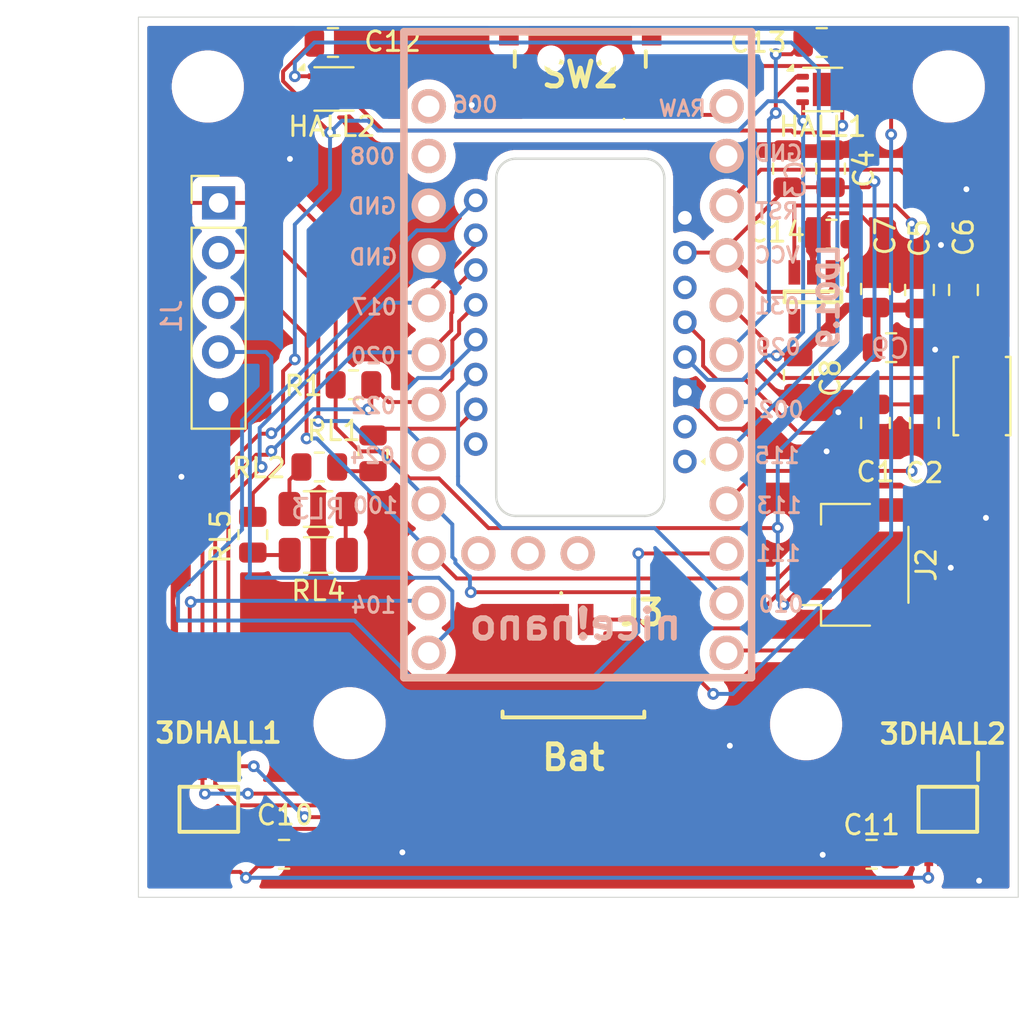
<source format=kicad_pcb>
(kicad_pcb (version 20241229) (generator "pcbnew") (generator_version "9.0")
  (layers (0 "F.Cu" signal) (2 "B.Cu" signal) (13 "F.Paste" user) (15 "B.Paste" user) (5 "F.SilkS" user "F.Silkscreen") (7 "B.SilkS" user "B.Silkscreen") (1 "F.Mask" user) (3 "B.Mask" user) (25 "Edge.Cuts" user))
  (net 0 "")
  (net 1 "Alert")
  (net 2 "GND")
  (net 3 "CS 3")
  (net 5 "Right_click")
  (net 6 "1.9v")
  (net 7 "+3.3V")
  (net 10 "Left_control")
  (net 11 "Left_click")
  (net 15 "SCK")
  (net 16 "SDA")
  (net 17 "MOSI")
  (net 18 "SCL")
  (net 19 "MISO")
  (net 29 "MOTION")
  (net 30 "Net-(OpticalSensor1-LED_P)")
  (net 32 "NRESET")
  (net 33 "Net-(OpticalSensor1-VDDREG)")
  (net 34 "INT")
  (net 35 "CS 1")
  (net 36 "CS 2")
  (net 38 "Battery")
  (net 39 "Interruptor")
  (net 40 "EN_LDO")
  (net 42 "Net-(U2-RST)")
  (net 43 "Net-(RL1-Pad2)")
  (net 44 "Net-(RL2-Pad2)")
  (net 45 "Net-(RL3-Pad2)")
  (net 46 "Net-(RL4-Pad2)")
  (footprint "PAW3395:DIP-16_PAW3395" (layer "F.Cu") (at 183.597463 94.788764 180)
    (property "Reference" "OpticalSensor1" (hide yes))
    (property "Value" "PAW3395")
    (fp_line (start 4.297463 -7.411237) (end 4.297463 8.848763) (stroke (width 0.12)) (layer "Edge.Cuts"))
    (fp_line (start -3.302537 9.848763) (end 3.297463 9.848763) (stroke (width 0.12)) (layer "Edge.Cuts"))
    (fp_line (start -3.302537 -8.411237) (end 3.297463 -8.411237) (stroke (width 0.12)) (layer "Edge.Cuts"))
    (fp_line (start -4.302537 -7.411237) (end -4.302537 8.848763) (stroke (width 0.12)) (layer "Edge.Cuts"))
    (fp_arc (start 4.297463 8.848763) (mid 4.00457 9.55587) (end 3.297463 9.848763) (stroke (width 0.12)) (layer "Edge.Cuts"))
    (fp_arc (start 3.297463 -8.411237) (mid 4.00457 -8.118344) (end 4.297463 -7.411237) (stroke (width 0.12)) (layer "Edge.Cuts"))
    (fp_arc (start -3.302537 9.848763) (mid -4.009644 9.55587) (end -4.302537 8.848763) (stroke (width 0.12)) (layer "Edge.Cuts"))
    (fp_arc (start -4.302537 -7.411237) (mid -4.009644 -8.118344) (end -3.302537 -8.411237) (stroke (width 0.12)) (layer "Edge.Cuts"))
  )
  (footprint "Resistor_SMD:R_0805_2012Metric" (layer "F.Cu") (at 166.85 104.1625 -90)
    (property "Reference" "RL5")
    (property "Value" "1")
  )
  (footprint "PCM_JLCPCB:SW_TS-1088-AR02016" (layer "F.Cu") (at 204.15 97.075 -90)
    (property "Reference" "SW1" (hide yes))
    (property "Value" "SW_Push")
  )
  (footprint "Capacitor_SMD:C_0805_2012Metric" (layer "F.Cu") (at 198.5 120.5)
    (property "Reference" "C11")
    (property "Value" "100nf")
  )
  (footprint "Connector_PinHeader_2.54mm:PinHeader_1x05_P2.54mm_Vertical" (layer "F.Cu") (at 165.1 87.2)
    (property "Reference" "J1")
    (property "Value" "Conn_01x05_Shielded" (hide yes))
  )
  (footprint "SSSS811101:SSSS811101" (layer "F.Cu") (at 183.6 79.85 180)
    (property "Reference" "SW2")
    (property "Value" "SW_DPDT_x2" (hide yes))
  )
  (footprint "Capacitor_SMD:C_0805_2012Metric" (layer "F.Cu") (at 196.4 85.45 90)
    (property "Reference" "C4")
    (property "Value" "100nf")
  )
  (footprint "Capacitor_SMD:C_0805_2012Metric" (layer "F.Cu") (at 201.2 98.45 -90)
    (property "Reference" "C2")
    (property "Value" "100nf")
  )
  (footprint "TMAG5170A2QDGKR:SOP65P490X110-8N" (layer "F.Cu") (at 202.4 118.2 -90)
    (property "Reference" "3DHALL2")
    (property "Value" "TMAG5170A2QDGKR" (hide yes))
  )
  (footprint "Capacitor_SMD:C_0805_2012Metric" (layer "F.Cu") (at 203.2 91.65 90)
    (property "Reference" "C6")
    (property "Value" "10uf")
  )
  (footprint "MountingHole:MountingHole_3.2mm_M3" (layer "F.Cu") (at 202.45 81.25)
    (property "Reference" "REF**" (hide yes))
    (property "Value" "MountingHole_3.2mm_M3" (hide yes))
  )
  (footprint "Resistor_SMD:R_0805_2012Metric" (layer "F.Cu") (at 173 100 -90)
    (property "Reference" "RL1")
    (property "Value" "2.2")
  )
  (footprint "TMAG5170A2QDGKR:SOP65P490X110-8N" (layer "F.Cu") (at 164.6 118.2 -90)
    (property "Reference" "3DHALL1")
    (property "Value" "TMAG5170A2QDGKR" (hide yes))
  )
  (footprint "Resistor_SMD:R_1206_3216Metric" (layer "F.Cu") (at 170.1875 102.85)
    (property "Reference" "RL3")
    (property "Value" ".1")
  )
  (footprint "MountingHole:MountingHole_3.2mm_M3" (layer "F.Cu") (at 195.15 113.85)
    (property "Reference" "REF**" (hide yes))
    (property "Value" "MountingHole_3.2mm_M3" (hide yes))
  )
  (footprint "Resistor_SMD:R_0805_2012Metric" (layer "F.Cu") (at 170.25 100.7 180)
    (property "Reference" "RL2")
    (property "Value" "2.2")
  )
  (footprint "MountingHole:MountingHole_3.2mm_M3" (layer "F.Cu") (at 171.8 113.8)
    (property "Reference" "REF**" (hide yes))
    (property "Value" "MountingHole_3.2mm_M3" (hide yes))
  )
  (footprint "Capacitor_SMD:C_0805_2012Metric" (layer "F.Cu") (at 195.95 79)
    (property "Reference" "C13")
    (property "Value" "100nf")
  )
  (footprint "Capacitor_SMD:C_0805_2012Metric" (layer "F.Cu") (at 198.7 91.6 90)
    (property "Reference" "C7")
    (property "Value" "10uf")
  )
  (footprint "Capacitor_SMD:C_0805_2012Metric" (layer "F.Cu") (at 196.45 88.8 180)
    (property "Reference" "C14")
    (property "Value" "100nf")
  )
  (footprint "MountingHole:MountingHole_3.2mm_M3" (layer "F.Cu") (at 164.55 81.25)
    (property "Reference" "REF**" (hide yes))
    (property "Value" "MountingHole_3.2mm_M3" (hide yes))
  )
  (footprint "53261-4002:532614002" (layer "F.Cu") (at 183.25 111 180)
    (property "Reference" "J3")
    (property "Value" "Bat")
  )
  (footprint "Resistor_SMD:R_0805_2012Metric" (layer "F.Cu") (at 172 96.5 180)
    (property "Reference" "R1")
    (property "Value" "10k")
  )
  (footprint "Capacitor_SMD:C_0805_2012Metric" (layer "F.Cu") (at 194.75 96 -90)
    (property "Reference" "C8")
    (property "Value" "1uf")
  )
  (footprint "Capacitor_SMD:C_0805_2012Metric" (layer "F.Cu") (at 194.2 85.45 90)
    (property "Reference" "C3")
    (property "Value" "10uf")
  )
  (footprint "Capacitor_SMD:C_0805_2012Metric" (layer "F.Cu") (at 199.5 94.6)
    (property "Reference" "C9")
    (property "Value" "22uf")
  )
  (footprint "Connector_JST:JST_SH_SM04B-SRSS-TB_1x04-1MP_P1.00mm_Horizontal" (layer "F.Cu") (at 197.7 105.7 90)
    (property "Reference" "J2")
    (property "Value" "Conn_01x04_MountingPin" (hide yes))
  )
  (footprint "Package_DFN_QFN:DFN-6-1EP_2x2mm_P0.65mm_EP1.01x1.7mm" (layer "F.Cu") (at 170.999953 81.374918)
    (property "Reference" "HALL2")
    (property "Value" "AH8503-FDC-7")
  )
  (footprint "SOT95P280X110-5N:SOT95P280X110-5N" (layer "F.Cu") (at 195.5 92 -90)
    (property "Reference" "LDO1.9")
    (property "Value" "TLV70019DDCR" (hide yes))
  )
  (footprint "Nice_nano:nice_nano" (layer "F.Cu") (at 183.47 96.23 -90)
    (property "Reference" "U2" (hide yes))
    (property "Value" "nice_nano" (hide yes))
  )
  (footprint "Capacitor_SMD:C_0805_2012Metric" (layer "F.Cu") (at 198.7 98.45 -90)
    (property "Reference" "C1")
    (property "Value" "4.7uf")
  )
  (footprint "Capacitor_SMD:C_0805_2012Metric" (layer "F.Cu") (at 170.95 79)
    (property "Reference" "C12")
    (property "Value" "100nf")
  )
  (footprint "Resistor_SMD:R_1206_3216Metric" (layer "F.Cu") (at 170.2 105.2 180)
    (property "Reference" "RL4")
    (property "Value" ".1")
  )
  (footprint "Package_DFN_QFN:DFN-6-1EP_2x2mm_P0.65mm_EP1.01x1.7mm" (layer "F.Cu") (at 196 81.4)
    (property "Reference" "HALL1")
    (property "Value" "AH8503-FDC-7")
  )
  (footprint "Capacitor_SMD:C_0805_2012Metric" (layer "F.Cu") (at 168.45 120.5 180)
    (property "Reference" "C10")
    (property "Value" "100nf")
  )
  (footprint "Capacitor_SMD:C_0805_2012Metric" (layer "F.Cu") (at 200.95 91.65 90)
    (property "Reference" "C5")
    (property "Value" "100nf")
  )
  (gr_rect (start 161 77.7) (end 206 122.7) (stroke (width 0.05)) (fill no) (layer "Edge.Cuts"))
  (gr_text "nice!nano" (at 183.35 108.75 -0) (layer "B.SilkS") (effects (font (size 1.5 1.5) (thickness 0.3)) (justify mirror)))
  (segment (start 203.375 119.5) (end 203.375 120.4) (width 0.2) (layer "F.Cu") (net 1))
  (segment (start 191.12 92.3) (end 193.05 94.23) (width 0.2) (layer "F.Cu") (net 1))
  (segment (start 204.2 105.25) (end 204.2 119.575) (width 0.2) (layer "F.Cu") (net 1))
  (segment (start 202.099 96.149) (end 202.65 96.7) (width 0.2) (layer "F.Cu") (net 1))
  (segment (start 203.075 119.2) (end 203.375 119.5) (width 0.2) (layer "F.Cu") (net 1))
  (segment (start 166.775 119.2) (end 203.075 119.2) (width 0.2) (layer "F.Cu") (net 1))
  (segment (start 202.65 103.7) (end 204.2 105.25) (width 0.2) (layer "F.Cu") (net 1))
  (segment (start 193.950057 96.149) (end 202.099 96.149) (width 0.2) (layer "F.Cu") (net 1))
  (segment (start 204.2 119.575) (end 203.375 120.4) (width 0.2) (layer "F.Cu") (net 1))
  (segment (start 193.05 95.248943) (end 193.950057 96.149) (width 0.2) (layer "F.Cu") (net 1))
  (segment (start 193.05 94.23) (end 193.05 95.248943) (width 0.2) (layer "F.Cu") (net 1))
  (segment (start 165.575 120.4) (end 166.775 119.2) (width 0.2) (layer "F.Cu") (net 1))
  (segment (start 202.65 96.7) (end 202.65 103.7) (width 0.2) (layer "F.Cu") (net 1))
  (segment (start 197.841388 87.730228) (end 196.269772 87.730228) (width 0.2) (layer "F.Cu") (net 2))
  (segment (start 192.25 98.75) (end 192.2427 98.7427) (width 0.2) (layer "F.Cu") (net 2))
  (segment (start 188.95 86.85) (end 191.12 84.68) (width 0.2) (layer "F.Cu") (net 2))
  (segment (start 190.632346 98.7427) (end 192.2427 98.7427) (width 0.2) (layer "F.Cu") (net 2))
  (segment (start 188.95 96.860001) (end 188.95 97.060354) (width 0.2) (layer "F.Cu") (net 2))
  (segment (start 196.269772 87.730228) (end 195.5 88.5) (width 0.2) (layer "F.Cu") (net 2))
  (segment (start 196.4 103.5) (end 196.4 102.4) (width 0.2) (layer "F.Cu") (net 2))
  (segment (start 172.027453 81.374918) (end 173.174918 81.374918) (width 0.2) (layer "F.Cu") (net 2))
  (segment (start 195.5 88.5) (end 195.5 88.8) (width 0.2) (layer "F.Cu") (net 2))
  (segment (start 188.95 87.960002) (end 188.95 86.85) (width 0.2) (layer "F.Cu") (net 2))
  (segment (start 195.5 88.5) (end 195.5 90.75) (width 0.2) (layer "F.Cu") (net 2))
  (segment (start 195.7 104.2) (end 196.4 103.5) (width 0.2) (layer "F.Cu") (net 2))
  (segment (start 188.95 97.060354) (end 190.632346 98.7427) (width 0.2) (layer "F.Cu") (net 2))
  (segment (start 198.7 88.58884) (end 197.841388 87.730228) (width 0.2) (layer "F.Cu") (net 2))
  (segment (start 197 81.4) (end 198.1 81.4) (width 0.2) (layer "F.Cu") (net 2))
  (segment (start 198.7 90.65) (end 198.7 88.58884) (width 0.2) (layer "F.Cu") (net 2))
  (via (at 204.35 103.3) (size 0.6) (drill 0.3) (layers "F.Cu" "B.Cu") (net 2))
  (via (at 196 120.525457) (size 0.6) (drill 0.3) (layers "F.Cu" "B.Cu") (net 2))
  (via (at 178.05 82.2) (size 0.6) (drill 0.3) (layers "F.Cu" "B.Cu") (net 2))
  (via (at 203.35 86.5) (size 0.6) (drill 0.3) (layers "F.Cu" "B.Cu") (net 2))
  (via (at 202.55 105.85) (size 0.6) (drill 0.3) (layers "F.Cu" "B.Cu") (net 2))
  (via (at 201.75 94.7) (size 0.6) (drill 0.3) (layers "F.Cu" "B.Cu") (net 2))
  (via (at 204 121.85) (size 0.6) (drill 0.3) (layers "F.Cu" "B.Cu") (net 2))
  (via (at 168.75 84.95) (size 0.6) (drill 0.3) (layers "F.Cu" "B.Cu") (net 2))
  (via (at 163.2 101.2) (size 0.6) (drill 0.3) (layers "F.Cu" "B.Cu") (net 2))
  (via (at 174.5 120.4) (size 0.6) (drill 0.3) (layers "F.Cu" "B.Cu") (net 2))
  (via (at 191.25 114.95) (size 0.6) (drill 0.3) (layers "F.Cu" "B.Cu") (net 2))
  (via (at 196.2 99.9) (size 0.6) (drill 0.3) (layers "F.Cu" "B.Cu") (net 2))
  (via (at 202.05 89.35) (size 0.6) (drill 0.3) (layers "F.Cu" "B.Cu") (net 2))
  (via (at 196.8 97.9) (size 0.6) (drill 0.3) (layers "F.Cu" "B.Cu") (net 2))
  (segment (start 201.425 116) (end 201.425 113.825) (width 0.2) (layer "F.Cu") (net 3))
  (segment (start 197.68 110.08) (end 191.12 110.08) (width 0.2) (layer "F.Cu") (net 3))
  (segment (start 201.425 113.825) (end 197.68 110.08) (width 0.2) (layer "F.Cu") (net 3))
  (segment (start 193.6 81.799999) (end 194.649999 80.75) (width 0.2) (layer "F.Cu") (net 5))
  (segment (start 193.6 82.6) (end 193.6 81.799999) (width 0.2) (layer "F.Cu") (net 5))
  (segment (start 194.649999 80.75) (end 194.945 80.75) (width 0.2) (layer "F.Cu") (net 5))
  (via (at 193.6 82.6) (size 0.6) (drill 0.3) (layers "F.Cu" "B.Cu") (net 5))
  (segment (start 193.6 82.6) (end 193.25 82.95) (width 0.2) (layer "B.Cu") (net 5))
  (segment (start 193.25 92.71) (end 191.12 94.84) (width 0.2) (layer "B.Cu") (net 5))
  (segment (start 193.25 82.95) (end 193.25 92.71) (width 0.2) (layer "B.Cu") (net 5))
  (segment (start 194.7 95) (end 194.75 95.05) (width 0.2) (layer "F.Cu") (net 6))
  (segment (start 168.399 80.973861) (end 169.450057 82.024918) (width 0.2) (layer "F.Cu") (net 6))
  (segment (start 196.45 93.35) (end 194.75 95.05) (width 0.5) (layer "F.Cu") (net 6))
  (segment (start 195 79) (end 194.4 79.6) (width 0.2) (layer "F.Cu") (net 6))
  (segment (start 194.4 79.6) (end 193.6 79.6) (width 0.2) (layer "F.Cu") (net 6))
  (segment (start 169 95.2) (end 168.4 95.8) (width 0.2) (layer "F.Cu") (net 6))
  (segment (start 166.85 102.05) (end 166.85 103.25) (width 0.2) (layer "F.Cu") (net 6))
  (segment (start 196.49 93.29) (end 196.45 93.25) (width 0.2) (layer "F.Cu") (net 6))
  (segment (start 169.450057 82.024918) (end 169.972453 82.024918) (width 0.2) (layer "F.Cu") (net 6))
  (segment (start 198.7 94.45) (end 198.55 94.6) (width 0.2) (layer "F.Cu") (net 6))
  (segment (start 170 79) (end 169.874975 79) (width 0.2) (layer "F.Cu") (net 6))
  (segment (start 193.651 95) (end 194.7 95) (width 0.2) (layer "F.Cu") (net 6))
  (segment (start 169.874975 79) (end 168.399 80.475975) (width 0.2) (layer "F.Cu") (net 6))
  (segment (start 168.399 80.475975) (end 168.399 80.973861) (width 0.2) (layer "F.Cu") (net 6))
  (segment (start 200.95 92.6) (end 203.2 92.6) (width 0.5) (layer "F.Cu") (net 6))
  (segment (start 170.8 83.6) (end 169.972453 82.772453) (width 0.2) (layer "F.Cu") (net 6))
  (segment (start 197.23 92.55) (end 196.49 93.29) (width 0.5) (layer "F.Cu") (net 6))
  (segment (start 168.4 100.5) (end 166.85 102.05) (width 0.2) (layer "F.Cu") (net 6))
  (segment (start 196.45 93.25) (end 196.45 93.35) (width 0.2) (layer "F.Cu") (net 6))
  (segment (start 200.9 92.55) (end 197.23 92.55) (width 0.5) (layer "F.Cu") (net 6))
  (segment (start 168.4 95.8) (end 168.4 100.5) (width 0.2) (layer "F.Cu") (net 6))
  (segment (start 195 83) (end 195 82.105) (width 0.2) (layer "F.Cu") (net 6))
  (segment (start 198.7 92.55) (end 198.7 94.45) (width 0.5) (layer "F.Cu") (net 6))
  (segment (start 195 82.105) (end 194.945 82.05) (width 0.2) (layer "F.Cu") (net 6))
  (segment (start 200.95 92.6) (end 200.9 92.55) (width 0.5) (layer "F.Cu") (net 6))
  (segment (start 169.972453 82.772453) (end 169.972453 82.024918) (width 0.2) (layer "F.Cu") (net 6))
  (via (at 195 83) (size 0.6) (drill 0.3) (layers "F.Cu" "B.Cu") (net 6))
  (via (at 193.6 79.6) (size 0.6) (drill 0.3) (layers "F.Cu" "B.Cu") (net 6))
  (via (at 193.651 95) (size 0.6) (drill 0.3) (layers "F.Cu" "B.Cu") (net 6))
  (via (at 170.8 83.6) (size 0.6) (drill 0.3) (layers "F.Cu" "B.Cu") (net 6))
  (via (at 169 95.2) (size 0.6) (drill 0.3) (layers "F.Cu" "B.Cu") (net 6))
  (segment (start 193.15 95) (end 191.9 96.25) (width 0.2) (layer "B.Cu") (net 6))
  (segment (start 190.119999 96.25) (end 188.95 95.080001) (width 0.2) (layer "B.Cu") (net 6))
  (segment (start 193.2 82) (end 193.6 82) (width 0.2) (layer "B.Cu") (net 6))
  (segment (start 173.249943 83.5) (end 191.7 83.5) (width 0.2) (layer "B.Cu") (net 6))
  (segment (start 195 83) (end 195 93.8) (width 0.2) (layer "B.Cu") (net 6))
  (segment (start 191.7 83.5) (end 193.2 82) (width 0.2) (layer "B.Cu") (net 6))
  (segment (start 171.401 82.999) (end 172.748943 82.999) (width 0.2) (layer "B.Cu") (net 6))
  (segment (start 172.748943 82.999) (end 173.249943 83.5) (width 0.2) (layer "B.Cu") (net 6))
  (segment (start 195 83) (end 194 82) (width 0.2) (layer "B.Cu") (net 6))
  (segment (start 195 93.8) (end 193.8 95) (width 0.2) (layer "B.Cu") (net 6))
  (segment (start 191.9 96.25) (end 190.119999 96.25) (width 0.2) (layer "B.Cu") (net 6))
  (segment (start 194 82) (end 193.6 82) (width 0.2) (layer "B.Cu") (net 6))
  (segment (start 170.8 83.6) (end 171.401 82.999) (width 0.2) (layer "B.Cu") (net 6))
  (segment (start 169 88.3) (end 170.8 86.5) (width 0.2) (layer "B.Cu") (net 6))
  (segment (start 193.8 95) (end 193.651 95) (width 0.2) (layer "B.Cu") (net 6))
  (segment (start 169 95.2) (end 169 88.3) (width 0.2) (layer "B.Cu") (net 6))
  (segment (start 170.8 86.5) (end 170.8 83.6) (width 0.2) (layer "B.Cu") (net 6))
  (segment (start 193.651 95) (end 193.15 95) (width 0.2) (layer "B.Cu") (net 6))
  (segment (start 193.6 82) (end 193.6 79.6) (width 0.2) (layer "B.Cu") (net 6))
  (segment (start 193.6773 103.8227) (end 178.907654 103.8227) (width 0.2) (layer "F.Cu") (net 7))
  (segment (start 192.96 91.75) (end 196.3 91.75) (width 0.2) (layer "F.Cu") (net 7))
  (segment (start 193.8553 86.7447) (end 191.12 89.48) (width 0.2) (layer "F.Cu") (net 7))
  (segment (start 173.48716 99.901) (end 172.31484 99.901) (width 0.2) (layer "F.Cu") (net 7))
  (segment (start 167.55 120.5) (end 167.55 120.65) (width 0.2) (layer "F.Cu") (net 7))
  (segment (start 197.4 89.8) (end 196.45 90.75) (width 0.2) (layer "F.Cu") (net 7))
  (segment (start 191.100002 89.740002) (end 191.12 89.76) (width 0.2) (layer "F.Cu") (net 7))
  (segment (start 188.95 89.740002) (end 191.100002 89.740002) (width 0.2) (layer "F.Cu") (net 7))
  (segment (start 201.425 120.4) (end 201.425 120.975) (width 0.2) (layer "F.Cu") (net 7))
  (segment (start 172.31484 99.901) (end 171.0875 98.67366) (width 0.2) (layer "F.Cu") (net 7))
  (segment (start 163.625 120.4) (end 162.049 118.824) (width 0.2) (layer "F.Cu") (net 7))
  (segment (start 196.3 91.75) (end 196.45 91.6) (width 0.2) (layer "F.Cu") (net 7))
  (segment (start 163.749 121.401) (end 163.749 120.4) (width 0.2) (layer "F.Cu") (net 7))
  (segment (start 191.12 89.48) (end 191.12 89.76) (width 0.2) (layer "F.Cu") (net 7))
  (segment (start 174.86886 101.2827) (end 173.48716 99.901) (width 0.2) (layer "F.Cu") (net 7))
  (segment (start 178.907654 103.8227) (end 176.367654 101.2827) (width 0.2) (layer "F.Cu") (net 7))
  (segment (start 191.12 89.91) (end 192.96 91.75) (width 0.2) (layer "F.Cu") (net 7))
  (segment (start 195.7 107.2) (end 194.55 107.2) (width 0.2) (layer "F.Cu") (net 7))
  (segment (start 166.201 121.401) (end 163.749 121.401) (width 0.2) (layer "F.Cu") (net 7))
  (segment (start 163.749 120.4) (end 163.625 120.4) (width 0.2) (layer "F.Cu") (net 7))
  (segment (start 167.55 120.65) (end 166.5 121.7) (width 0.2) (layer "F.Cu") (net 7))
  (segment (start 194.55 107.2) (end 196.116968 107.2) (width 0.2) (layer "F.Cu") (net 7))
  (segment (start 201.325 120.5) (end 201.425 120.4) (width 0.2) (layer "F.Cu") (net 7))
  (segment (start 176.367654 101.2827) (end 174.86886 101.2827) (width 0.2) (layer "F.Cu") (net 7))
  (segment (start 170.75 96.5) (end 171.0875 96.5) (width 0.2) (layer "F.Cu") (net 7))
  (segment (start 162.049 87.751) (end 162.6 87.2) (width 0.2) (layer "F.Cu") (net 7))
  (segment (start 162.049 118.824) (end 162.049 87.751) (width 0.2) (layer "F.Cu") (net 7))
  (segment (start 171.0875 98.67366) (end 171.0875 96.5) (width 0.2) (layer "F.Cu") (net 7))
  (segment (start 193.7 103.8) (end 193.6773 103.8227) (width 0.2) (layer "F.Cu") (net 7))
  (segment (start 194.55 107.2) (end 194 107.75) (width 0.2) (layer "F.Cu") (net 7))
  (segment (start 201.4 121.7) (end 201.4 120.425) (width 0.2) (layer "F.Cu") (net 7))
  (segment (start 194.2 86.4) (end 196.4 86.4) (width 0.2) (layer "F.Cu") (net 7))
  (segment (start 162.6 87.2) (end 165.1 87.2) (width 0.2) (layer "F.Cu") (net 7))
  (segment (start 171.0875 89.1875) (end 169.1 87.2) (width 0.2) (layer "F.Cu") (net 7))
  (segment (start 166.5 121.7) (end 166.201 121.401) (width 0.2) (layer "F.Cu") (net 7))
  (segment (start 197.4 88.5) (end 197.4 89.8) (width 0.2) (layer "F.Cu") (net 7))
  (segment (start 198.35 86.4) (end 196.4 86.4) (width 0.2) (layer "F.Cu") (net 7))
  (segment (start 169.1 87.2) (end 165.1 87.2) (width 0.2) (layer "F.Cu") (net 7))
  (segment (start 192.11 90.75) (end 191.12 89.76) (width 0.2) (layer "F.Cu") (net 7))
  (segment (start 171.0875 96.5) (end 171.0875 89.1875) (width 0.2) (layer "F.Cu") (net 7))
  (segment (start 191.12 89.76) (end 191.12 89.91) (width 0.2) (layer "F.Cu") (net 7))
  (segment (start 201.4 120.425) (end 201.425 120.4) (width 0.2) (layer "F.Cu") (net 7))
  (segment (start 199.4 120.5) (end 201.325 120.5) (width 0.2) (layer "F.Cu") (net 7))
  (segment (start 198.65 86.1) (end 198.35 86.4) (width 0.2) (layer "F.Cu") (net 7))
  (segment (start 196.45 91.6) (end 196.45 90.75) (width 0.2) (layer "F.Cu") (net 7))
  (via (at 201.4 121.7) (size 0.6) (drill 0.3) (layers "F.Cu" "B.Cu") (net 7))
  (via (at 166.5 121.7) (size 0.6) (drill 0.3) (layers "F.Cu" "B.Cu") (net 7))
  (via (at 194 107.75) (size 0.6) (drill 0.3) (layers "F.Cu" "B.Cu") (net 7))
  (via (at 193.7 103.8) (size 0.6) (drill 0.3) (layers "F.Cu" "B.Cu") (net 7))
  (via (at 198.65 86.1) (size 0.6) (drill 0.3) (layers "F.Cu" "B.Cu") (net 7))
  (segment (start 193.7 103.8) (end 193.7 107.45) (width 0.2) (layer "B.Cu") (net 7))
  (segment (start 198.65 86.1) (end 198.65 95) (width 0.2) (layer "B.Cu") (net 7))
  (segment (start 193.7 107.45) (end 194 107.75) (width 0.2) (layer "B.Cu") (net 7))
  (segment (start 198.65 95) (end 193.7 99.95) (width 0.2) (layer "B.Cu") (net 7))
  (segment (start 166.5 121.7) (end 201.4 121.7) (width 0.2) (layer "B.Cu") (net 7))
  (segment (start 193.7 99.95) (end 193.7 103.8) (width 0.2) (layer "B.Cu") (net 7))
  (segment (start 173.5 83.5) (end 194.400057 83.5) (width 0.2) (layer "F.Cu") (net 10))
  (segment (start 194.400057 83.5) (end 194.500057 83.6) (width 0.2) (layer "F.Cu") (net 10))
  (segment (start 197 83.25) (end 197 82.05) (width 0.2) (layer "F.Cu") (net 10))
  (segment (start 172.027453 82.024918) (end 172.5 82.497465) (width 0.2) (layer "F.Cu") (net 10))
  (segment (start 172.5 82.497465) (end 172.5 82.5) (width 0.2) (layer "F.Cu") (net 10))
  (segment (start 196.65 83.6) (end 197 83.25) (width 0.2) (layer "F.Cu") (net 10))
  (segment (start 172.5 82.5) (end 173.5 83.5) (width 0.2) (layer "F.Cu") (net 10))
  (segment (start 194.500057 83.6) (end 196.65 83.6) (width 0.2) (layer "F.Cu") (net 10))
  (via (at 197 83.25) (size 0.6) (drill 0.3) (layers "F.Cu" "B.Cu") (net 10))
  (segment (start 191.12 100.38) (end 191.12 99.92) (width 0.2) (layer "B.Cu") (net 10))
  (segment (start 197 83.25) (end 196.75 83.5) (width 0.2) (layer "B.Cu") (net 10))
  (segment (start 196.75 83.5) (end 196.75 94.29) (width 0.2) (layer "B.Cu") (net 10))
  (segment (start 196.75 94.29) (end 191.12 99.92) (width 0.2) (layer "B.Cu") (net 10))
  (segment (start 169 80.724918) (end 169.972453 80.724918) (width 0.2) (layer "F.Cu") (net 11))
  (via (at 169 80.724918) (size 0.6) (drill 0.3) (layers "F.Cu" "B.Cu") (net 11))
  (segment (start 194.4 79) (end 195.8 80.4) (width 0.2) (layer "B.Cu") (net 11))
  (segment (start 170 79) (end 194.4 79) (width 0.2) (layer "B.Cu") (net 11))
  (segment (start 169 80) (end 170 79) (width 0.2) (layer "B.Cu") (net 11))
  (segment (start 169 80.724918) (end 169 80) (width 0.2) (layer "B.Cu") (net 11))
  (segment (start 195.8 80.4) (end 195.8 93.700943) (width 0.2) (layer "B.Cu") (net 11))
  (segment (start 195.8 93.700943) (end 192.120943 97.38) (width 0.2) (layer "B.Cu") (net 11))
  (segment (start 192.120943 97.38) (end 191.12 97.38) (width 0.2) (layer "B.Cu") (net 11))
  (segment (start 165.6 109.8) (end 165.575 109.825) (width 0.2) (layer "F.Cu") (net 15))
  (segment (start 178.25 89.355794) (end 178.25 88.850001) (width 0.2) (layer "F.Cu") (net 15))
  (segment (start 203.4 118.6) (end 203.4 116.025) (width 0.2) (layer "F.Cu") (net 15))
  (segment (start 165.6 102.4) (end 165.6 109.8) (width 0.2) (layer "F.Cu") (net 15))
  (segment (start 165.575 109.825) (end 165.575 116) (width 0.2) (layer "F.Cu") (net 15))
  (segment (start 175.88 91.725794) (end 178.25 89.355794) (width 0.2) (layer "F.Cu") (net 15))
  (segment (start 167.3 100.7) (end 165.6 102.4) (width 0.2) (layer "F.Cu") (net 15))
  (segment (start 175.88 92.3) (end 175.88 91.725794) (width 0.2) (layer "F.Cu") (net 15))
  (segment (start 169.5 118.6) (end 203.4 118.6) (width 0.2) (layer "F.Cu") (net 15))
  (segment (start 165.575 116) (end 166.9 116) (width 0.2) (layer "F.Cu") (net 15))
  (via (at 169.5 118.6) (size 0.6) (drill 0.3) (layers "F.Cu" "B.Cu") (net 15))
  (via (at 167.3 100.7) (size 0.6) (drill 0.3) (layers "F.Cu" "B.Cu") (net 15))
  (via (at 166.9 116) (size 0.6) (drill 0.3) (layers "F.Cu" "B.Cu") (net 15))
  (segment (start 167.2 100.6) (end 167.2 98.7) (width 0.2) (layer "B.Cu") (net 15))
  (segment (start 167.2 98.7) (end 173.6 92.3) (width 0.2) (layer "B.Cu") (net 15))
  (segment (start 167.3 100.7) (end 167.2 100.6) (width 0.2) (layer "B.Cu") (net 15))
  (segment (start 173.6 92.3) (end 175.88 92.3) (width 0.2) (layer "B.Cu") (net 15))
  (segment (start 169.5 118.6) (end 166.9 116) (width 0.2) (layer "B.Cu") (net 15))
  (segment (start 168.4 89.7) (end 165.14 89.7) (width 0.2) (layer "F.Cu") (net 16))
  (segment (start 189.949 108.95) (end 191.950057 108.95) (width 0.2) (layer "F.Cu") (net 16))
  (segment (start 191.950057 108.95) (end 194.700057 106.2) (width 0.2) (layer "F.Cu") (net 16))
  (segment (start 170.2 91.5) (end 168.4 89.7) (width 0.2) (layer "F.Cu") (net 16))
  (segment (start 194.700057 106.2) (end 195.7 106.2) (width 0.2) (layer "F.Cu") (net 16))
  (segment (start 188.099 107.1) (end 189.949 108.95) (width 0.2) (layer "F.Cu") (net 16))
  (segment (start 178 107.1) (end 188.099 107.1) (width 0.2) (layer "F.Cu") (net 16))
  (segment (start 165.14 89.7) (end 165.1 89.74) (width 0.2) (layer "F.Cu") (net 16))
  (segment (start 170.2 98.35) (end 170.2 91.5) (width 0.2) (layer "F.Cu") (net 16))
  (via (at 170.2 98.35) (size 0.6) (drill 0.3) (layers "F.Cu" "B.Cu") (net 16))
  (via (at 178 107.1) (size 0.6) (drill 0.3) (layers "F.Cu" "B.Cu") (net 16))
  (segment (start 177.955046 107.055046) (end 177.955046 106.2973) (width 0.2) (layer "B.Cu") (net 16))
  (segment (start 177.955046 106.2973) (end 177.902346 106.2973) (width 0.2) (layer "B.Cu") (net 16))
  (segment (start 177.2127 105.457654) (end 177.0573 105.302254) (width 0.2) (layer "B.Cu") (net 16))
  (segment (start 177.902346 106.2973) (end 177.2127 105.607654) (width 0.2) (layer "B.Cu") (net 16))
  (segment (start 171.77 98.35) (end 170.2 98.35) (width 0.2) (layer "B.Cu") (net 16))
  (segment (start 177.0573 103.6373) (end 171.77 98.35) (width 0.2) (layer "B.Cu") (net 16))
  (segment (start 177.2127 105.607654) (end 177.2127 105.457654) (width 0.2) (layer "B.Cu") (net 16))
  (segment (start 178 107.1) (end 177.955046 107.055046) (width 0.2) (layer "B.Cu") (net 16))
  (segment (start 177.0573 105.302254) (end 177.0573 103.6373) (width 0.2) (layer "B.Cu") (net 16))
  (segment (start 177.401 93.8861) (end 177.401 93.259001) (width 0.2) (layer "F.Cu") (net 17))
  (segment (start 175.88 97.38) (end 173.7925 97.38) (width 0.2) (layer "F.Cu") (net 17))
  (segment (start 166.025 118) (end 164.925 116.9) (width 0.2) (layer "F.Cu") (net 17))
  (segment (start 172.9125 97.5875) (end 172.9125 96.5) (width 0.2) (layer "F.Cu") (net 17))
  (segment (start 177.0573 94.2298) (end 177.401 93.8861) (width 0.2) (layer "F.Cu") (net 17))
  (segment (start 172.75 96.6625) (end 172.9125 96.5) (width 0.2) (layer "F.Cu") (net 17))
  (segment (start 202.725 117.925) (end 202.65 118) (width 0.2) (layer "F.Cu") (net 17))
  (segment (start 172.75 97.75) (end 172.9125 97.5875) (width 0.2) (layer "F.Cu") (net 17))
  (segment (start 167.606569 100.075499) (end 167.024501 100.075499) (width 0.2) (layer "F.Cu") (net 17))
  (segment (start 167.024501 100.075499) (end 164.925 102.175) (width 0.2) (layer "F.Cu") (net 17))
  (segment (start 175.88 97.38) (end 177.0573 96.2027) (width 0.2) (layer "F.Cu") (net 17))
  (segment (start 164.925 102.175) (end 164.925 116) (width 0.2) (layer "F.Cu") (net 17))
  (segment (start 202.65 118) (end 166.025 118) (width 0.2) (layer "F.Cu") (net 17))
  (segment (start 164.925 116.9) (end 164.925 116) (width 0.2) (layer "F.Cu") (net 17))
  (segment (start 177.401 93.259001) (end 178.25 92.410001) (width 0.2) (layer "F.Cu") (net 17))
  (segment (start 173.70625 97.29375) (end 172.9125 96.5) (width 0.2) (layer "F.Cu") (net 17))
  (segment (start 177.0573 96.2027) (end 177.0573 94.2298) (width 0.2) (layer "F.Cu") (net 17))
  (segment (start 167.8 99.882068) (end 167.606569 100.075499) (width 0.2) (layer "F.Cu") (net 17))
  (segment (start 202.725 116) (end 202.725 117.925) (width 0.2) (layer "F.Cu") (net 17))
  (segment (start 173.7925 97.38) (end 173.70625 97.29375) (width 0.2) (layer "F.Cu") (net 17))
  (via (at 167.8 99.882068) (size 0.6) (drill 0.3) (layers "F.Cu" "B.Cu") (net 17))
  (via (at 172.75 97.75) (size 0.6) (drill 0.3) (layers "F.Cu" "B.Cu") (net 17))
  (segment (start 169.95 97.75) (end 172.75 97.75) (width 0.2) (layer "B.Cu") (net 17))
  (segment (start 167.8 99.882068) (end 167.817932 99.882068) (width 0.2) (layer "B.Cu") (net 17))
  (segment (start 167.817932 99.882068) (end 169.95 97.75) (width 0.2) (layer "B.Cu") (net 17))
  (segment (start 177.28 106.4) (end 193.725001 106.4) (width 0.2) (layer "F.Cu") (net 18))
  (segment (start 169.6 99.24) (end 169.6 94) (width 0.2) (layer "F.Cu") (net 18))
  (segment (start 194.925001 105.2) (end 195.7 105.2) (width 0.2) (layer "F.Cu") (net 18))
  (segment (start 175.88 105) (end 177.28 106.4) (width 0.2) (layer "F.Cu") (net 18))
  (segment (start 165.28 92.1) (end 165.1 92.28) (width 0.2) (layer "F.Cu") (net 18))
  (segment (start 167.7 92.1) (end 165.28 92.1) (width 0.2) (layer "F.Cu") (net 18))
  (segment (start 169.6 94) (end 167.7 92.1) (width 0.2) (layer "F.Cu") (net 18))
  (segment (start 193.725001 106.4) (end 194.925001 105.2) (width 0.2) (layer "F.Cu") (net 18))
  (via (at 169.6 99.24) (size 0.6) (drill 0.3) (layers "F.Cu" "B.Cu") (net 18))
  (segment (start 170.12 99.24) (end 175.88 105) (width 0.2) (layer "B.Cu") (net 18))
  (segment (start 169.6 99.24) (end 170.12 99.24) (width 0.2) (layer "B.Cu") (net 18))
  (segment (start 177 93.72) (end 177 92.844954) (width 0.2) (layer "F.Cu") (net 19))
  (segment (start 201.575 117.4) (end 202.075 116.9) (width 0.2) (layer "F.Cu") (net 19))
  (segment (start 167.8 98.975735) (end 167.772793 98.975735) (width 0.2) (layer "F.Cu") (net 19))
  (segment (start 166.6 117.4) (end 201.575 117.4) (width 0.2) (layer "F.Cu") (net 19))
  (segment (start 176.86 93.86) (end 176.985 93.735) (width 0.2) (layer "F.Cu") (net 19))
  (segment (start 167.2 99) (end 164.275 101.925) (width 0.2) (layer "F.Cu") (net 19))
  (segment (start 176.86 93.86) (end 177 93.72) (width 0.2) (layer "F.Cu") (net 19))
  (segment (start 177 92.844954) (end 177.0573 92.787654) (width 0.2) (layer "F.Cu") (net 19))
  (segment (start 202.075 116.9) (end 202.075 116) (width 0.2) (layer "F.Cu") (net 19))
  (segment (start 175.88 94.84) (end 176.86 93.86) (width 0.2) (layer "F.Cu") (net 19))
  (segment (start 177.0573 91.812346) (end 177 91.755046) (width 0.2) (layer "F.Cu") (net 19))
  (segment (start 177 91.755046) (end 177 91.75) (width 0.2) (layer "F.Cu") (net 19))
  (segment (start 175.79 94.75) (end 175.88 94.84) (width 0.2) (layer "F.Cu") (net 19))
  (segment (start 164.275 116) (end 164.275 117.275) (width 0.2) (layer "F.Cu") (net 19))
  (segment (start 177.0573 92.787654) (end 177.0573 91.812346) (width 0.2) (layer "F.Cu") (net 19))
  (segment (start 164.275 117.275) (end 164.4 117.4) (width 0.2) (layer "F.Cu") (net 19))
  (segment (start 167.772793 98.975735) (end 167.748528 99) (width 0.2) (layer "F.Cu") (net 19))
  (segment (start 178.119999 90.630001) (end 178.25 90.630001) (width 0.2) (layer "F.Cu") (net 19))
  (segment (start 164.275 101.925) (end 164.275 116) (width 0.2) (layer "F.Cu") (net 19))
  (segment (start 177 91.75) (end 178.119999 90.630001) (width 0.2) (layer "F.Cu") (net 19))
  (segment (start 167.748528 99) (end 167.2 99) (width 0.2) (layer "F.Cu") (net 19))
  (via (at 166.6 117.4) (size 0.6) (drill 0.3) (layers "F.Cu" "B.Cu") (net 19))
  (via (at 167.8 98.975735) (size 0.6) (drill 0.3) (layers "F.Cu" "B.Cu") (net 19))
  (via (at 164.4 117.4) (size 0.6) (drill 0.3) (layers "F.Cu" "B.Cu") (net 19))
  (segment (start 172.06 94.84) (end 175.88 94.84) (width 0.2) (layer "B.Cu") (net 19))
  (segment (start 164.4 117.4) (end 166.6 117.4) (width 0.2) (layer "B.Cu") (net 19))
  (segment (start 167.924265 98.975735) (end 172.06 94.84) (width 0.2) (layer "B.Cu") (net 19))
  (segment (start 167.8 98.975735) (end 167.924265 98.975735) (width 0.2) (layer "B.Cu") (net 19))
  (segment (start 176.720001 88.6) (end 175.25 88.6) (width 0.2) (layer "B.Cu") (net 29))
  (segment (start 166.7 106.2) (end 166.5373 106.3627) (width 0.2) (layer "B.Cu") (net 29))
  (segment (start 166.7 98.5) (end 166.7 106.2) (width 0.2) (layer "B.Cu") (net 29))
  (segment (start 174.45 90.75) (end 166.7 98.5) (width 0.2) (layer "B.Cu") (net 29))
  (segment (start 177.0573 108.9027) (end 175.88 110.08) (width 0.2) (layer "B.Cu") (net 29))
  (segment (start 175.25 88.6) (end 174.45 89.4) (width 0.2) (layer "B.Cu") (net 29))
  (segment (start 166.5373 106.3627) (end 176.367654 106.3627) (width 0.2) (layer "B.Cu") (net 29))
  (segment (start 176.367654 106.3627) (end 177.0573 107.052346) (width 0.2) (layer "B.Cu") (net 29))
  (segment (start 177.0573 107.052346) (end 177.0573 108.9027) (width 0.2) (layer "B.Cu") (net 29))
  (segment (start 178.25 87.070001) (end 176.720001 88.6) (width 0.2) (layer "B.Cu") (net 29))
  (segment (start 174.45 89.4) (end 174.45 90.75) (width 0.2) (layer "B.Cu") (net 29))
  (segment (start 173 99.0875) (end 173 98.8979) (width 0.2) (layer "F.Cu") (net 30))
  (segment (start 177.2573 98.7427) (end 178.25 97.75) (width 0.2) (layer "F.Cu") (net 30))
  (segment (start 173 98.8979) (end 173.1552 98.7427) (width 0.2) (layer "F.Cu") (net 30))
  (segment (start 173.1552 98.7427) (end 177.2573 98.7427) (width 0.2) (layer "F.Cu") (net 30))
  (segment (start 177.349 96.871001) (end 177.349 101.171198) (width 0.2) (layer "B.Cu") (net 32))
  (segment (start 178.25 95.970001) (end 177.349 96.871001) (width 0.2) (layer "B.Cu") (net 32))
  (segment (start 177.349 101.599) (end 177.349 101.171198) (width 0.2) (layer "B.Cu") (net 32))
  (segment (start 179.5727 103.8227) (end 177.349 101.599) (width 0.2) (layer "B.Cu") (net 32))
  (segment (start 191.12 107.54) (end 187.4027 103.8227) (width 0.2) (layer "B.Cu") (net 32))
  (segment (start 187.4027 103.8227) (end 179.5727 103.8227) (width 0.2) (layer "B.Cu") (net 32))
  (segment (start 190.592491 96.242491) (end 189.882479 95.532479) (width 0.2) (layer "F.Cu") (net 33))
  (segment (start 197.25 98.95) (end 194.75 98.95) (width 0.2) (layer "F.Cu") (net 33))
  (segment (start 194.75 98.95) (end 192.042491 96.242491) (width 0.2) (layer "F.Cu") (net 33))
  (segment (start 192.042491 96.242491) (end 190.592491 96.242491) (width 0.2) (layer "F.Cu") (net 33))
  (segment (start 198.7 97.5) (end 201.2 97.5) (width 0.2) (layer "F.Cu") (net 33))
  (segment (start 189.882479 94.23248) (end 188.95 93.300001) (width 0.2) (layer "F.Cu") (net 33))
  (segment (start 189.882479 95.532479) (end 189.882479 94.23248) (width 0.2) (layer "F.Cu") (net 33))
  (segment (start 198.7 97.5) (end 197.25 98.95) (width 0.2) (layer "F.Cu") (net 33))
  (segment (start 191.09 105.12) (end 186.57 105.12) (width 0.2) (layer "F.Cu") (net 34))
  (via (at 186.57 105.12) (size 0.6) (drill 0.3) (layers "F.Cu" "B.Cu") (net 34))
  (segment (start 184.2 111.5) (end 175 111.5) (width 0.2) (layer "B.Cu") (net 34))
  (segment (start 175 111.5) (end 172.05 108.55) (width 0.2) (layer "B.Cu") (net 34))
  (segment (start 167.8 95.1) (end 167.52 94.82) (width 0.2) (layer "B.Cu") (net 34))
  (segment (start 166.299 98.3339) (end 167.8 96.8329) (width 0.2) (layer "B.Cu") (net 34))
  (segment (start 167.52 94.82) (end 165.1 94.82) (width 0.2) (layer "B.Cu") (net 34))
  (segment (start 172.05 108.55) (end 163.024 108.55) (width 0.2) (layer "B.Cu") (net 34))
  (segment (start 166.299 103.901) (end 166.299 98.3339) (width 0.2) (layer "B.Cu") (net 34))
  (segment (start 163.024 107.176) (end 166.299 103.901) (width 0.2) (layer "B.Cu") (net 34))
  (segment (start 186.57 109.13) (end 184.2 111.5) (width 0.2) (layer "B.Cu") (net 34))
  (segment (start 163.024 108.55) (end 163.024 107.176) (width 0.2) (layer "B.Cu") (net 34))
  (segment (start 186.57 105.12) (end 186.57 109.13) (width 0.2) (layer "B.Cu") (net 34))
  (segment (start 167.8 96.8329) (end 167.8 95.1) (width 0.2) (layer "B.Cu") (net 34))
  (segment (start 176.473462 96.151) (end 178.25 94.374462) (width 0.2) (layer "B.Cu") (net 35))
  (segment (start 175.88 99.92) (end 174.6 98.64) (width 0.2) (layer "B.Cu") (net 35))
  (segment (start 174.6 98.64) (end 174.6 96.85) (width 0.2) (layer "B.Cu") (net 35))
  (segment (start 175.299 96.151) (end 176.473462 96.151) (width 0.2) (layer "B.Cu") (net 35))
  (segment (start 174.6 96.85) (end 175.299 96.151) (width 0.2) (layer "B.Cu") (net 35))
  (segment (start 178.25 94.374462) (end 178.25 94.190001) (width 0.2) (layer "B.Cu") (net 35))
  (segment (start 163.625 107.65) (end 163.625 116) (width 0.2) (layer "F.Cu") (net 36))
  (segment (start 163.675 107.6) (end 163.625 107.65) (width 0.2) (layer "F.Cu") (net 36))
  (via (at 163.675 107.6) (size 0.6) (drill 0.3) (layers "F.Cu" "B.Cu") (net 36))
  (segment (start 163.675 107.6) (end 163.735 107.54) (width 0.2) (layer "B.Cu") (net 36))
  (segment (start 163.735 107.54) (end 175.88 107.54) (width 0.2) (layer "B.Cu") (net 36))
  (segment (start 198.7 80.2) (end 186.513 80.2) (width 0.2) (layer "F.Cu") (net 38))
  (segment (start 199.5 81) (end 198.7 80.2) (width 0.2) (layer "F.Cu") (net 38))
  (segment (start 185.87 80.843) (end 185.87 81.595) (width 0.2) (layer "F.Cu") (net 38))
  (segment (start 186.6 108.5) (end 190.4 112.3) (width 0.2) (layer "F.Cu") (net 38))
  (segment (start 186.513 80.2) (end 185.87 80.843) (width 0.2) (layer "F.Cu") (net 38))
  (segment (start 199.5 83.7) (end 199.5 81) (width 0.2) (layer "F.Cu") (net 38))
  (segment (start 183.875 108.5) (end 186.6 108.5) (width 0.2) (layer "F.Cu") (net 38))
  (via (at 190.4 112.3) (size 0.6) (drill 0.3) (layers "F.Cu" "B.Cu") (net 38))
  (via (at 199.5 83.7) (size 0.6) (drill 0.3) (layers "F.Cu" "B.Cu") (net 38))
  (segment (start 191.4 112.3) (end 199.5 104.2) (width 0.2) (layer "B.Cu") (net 38))
  (segment (start 190.4 112.3) (end 191.4 112.3) (width 0.2) (layer "B.Cu") (net 38))
  (segment (start 199.5 104.2) (end 199.5 83.7) (width 0.2) (layer "B.Cu") (net 38))
  (segment (start 190.56 82.7) (end 191.12 82.14) (width 0.2) (layer "F.Cu") (net 39))
  (segment (start 182.87 81.595) (end 183.975 82.7) (width 0.2) (layer "F.Cu") (net 39))
  (segment (start 183.975 82.7) (end 190.56 82.7) (width 0.2) (layer "F.Cu") (net 39))
  (segment (start 199.729228 87.329228) (end 194.55 87.329228) (width 0.2) (layer "F.Cu") (net 40))
  (segment (start 194.55 87.329228) (end 194.55 90.75) (width 0.2) (layer "F.Cu") (net 40))
  (segment (start 200.55 88.15) (end 199.729228 87.329228) (width 0.2) (layer "F.Cu") (net 40))
  (segment (start 192.68 100.9) (end 191.12 102.46) (width 0.2) (layer "F.Cu") (net 40))
  (segment (start 200.55 100.9) (end 192.68 100.9) (width 0.2) (layer "F.Cu") (net 40))
  (segment (start 200.55 88.25) (end 200.55 88.15) (width 0.2) (layer "F.Cu") (net 40))
  (via (at 200.55 88.25) (size 0.6) (drill 0.3) (layers "F.Cu" "B.Cu") (net 40))
  (via (at 200.55 100.9) (size 0.6) (drill 0.3) (layers "F.Cu" "B.Cu") (net 40))
  (segment (start 200.55 88.25) (end 200.55 100.9) (width 0.2) (layer "B.Cu") (net 40))
  (segment (start 191.12 87.22) (end 192.84 85.5) (width 0.2) (layer "F.Cu") (net 42))
  (segment (start 192.84 85.5) (end 199.95 85.5) (width 0.2) (layer "F.Cu") (net 42))
  (segment (start 204.4 94.75) (end 204.15 95) (width 0.2) (layer "F.Cu") (net 42))
  (segment (start 204.4 89.95) (end 204.4 94.75) (width 0.2) (layer "F.Cu") (net 42))
  (segment (start 199.95 85.5) (end 204.4 89.95) (width 0.2) (layer "F.Cu") (net 42))
  (segment (start 171.225 100.9125) (end 171.1625 100.85) (width 0.2) (layer "F.Cu") (net 43))
  (segment (start 173 100.9125) (end 171.225 100.9125) (width 0.2) (layer "F.Cu") (net 43))
  (segment (start 171.1625 100.85) (end 171.1625 100.7) (width 0.2) (layer "F.Cu") (net 43))
  (segment (start 169.3375 100.7) (end 169.3375 100.75) (width 0.2) (layer "F.Cu") (net 44))
  (segment (start 168.725 101.3625) (end 168.725 102.85) (width 0.2) (layer "F.Cu") (net 44))
  (segment (start 169.3375 100.75) (end 168.725 101.3625) (width 0.2) (layer "F.Cu") (net 44))
  (segment (start 171.6 105.1375) (end 171.6625 105.2) (width 0.2) (layer "F.Cu") (net 45))
  (segment (start 171.65 102.85) (end 171.6 102.9) (width 0.2) (layer "F.Cu") (net 45))
  (segment (start 171.6 102.9) (end 171.6 105.1375) (width 0.2) (layer "F.Cu") (net 45))
  (segment (start 166.85 105.075) (end 167.3375 105.075) (width 0.2) (layer "F.Cu") (net 46))
  (segment (start 168.5875 105.2) (end 166.975 105.2) (width 0.2) (layer "F.Cu") (net 46))
  (segment (start 166.975 105.2) (end 166.85 105.075) (width 0.2) (layer "F.Cu") (net 46))
  (segment (start 167.3375 105.075) (end 167.4 105.0125) (width 0.2) (layer "F.Cu") (net 46))
  (zone (net 2) (net_name "GND") (layers "F.Cu" "B.Cu") (connect_pads yes (clearance 0.5)) (min_thickness 0.2) (fill yes (thermal_gap 0.5) (thermal_bridge_width 0.5))
    (polygon (pts (xy 161 77.7) (xy 206 77.7) (xy 206 122.7) (xy 161 122.7)))
  )
)
</source>
